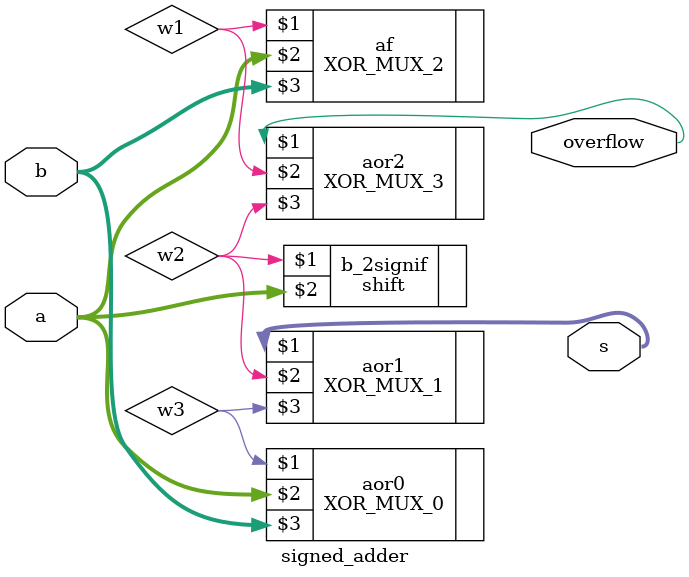
<source format=v>

module signed_adder(input [7:0] a,
    input [7:0] b,
    output [7:0] s,
    output overflow
); 

// The numbers a and b are added to the output s. 
// assign the occurence of the signed overflow of a and b to the output overflow.
// a signed overflow occurs if the most significant bits of a and b are low and the most significant bit of s is high
// a signed overflow may also occur if the most significant bits of a and b are high and the most significant bit of s is low

	 XOR_MUX_0 aor0( w3,a, b);
	 shift b_2signif( w2, a);
	 XOR_MUX_1 aor1( s, w2, w3);
	 
	 XOR_MUX_2 af( w1, a, b);
	 XOR_MUX_3 aor2( overflow, w1,w2 ); 

endmodule

</source>
